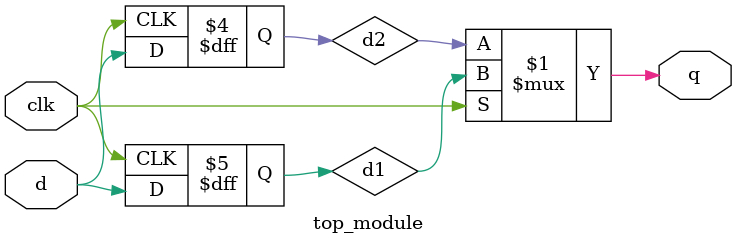
<source format=v>
module top_module (
    input clk,
    input d,
    output q
);
    reg d1,d2;

    assign q=(clk)? d1:d2;
    always @(posedge clk) begin
        d1=d;
    end
    always @(negedge clk) begin
        d2=d;
    end
endmodule
</source>
